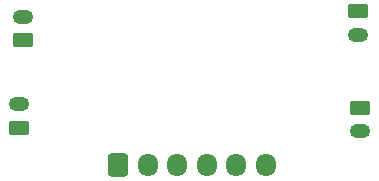
<source format=gbr>
%TF.GenerationSoftware,KiCad,Pcbnew,(6.0.11)*%
%TF.CreationDate,2024-02-05T17:50:25-08:00*%
%TF.ProjectId,ForceBoard,466f7263-6542-46f6-9172-642e6b696361,rev?*%
%TF.SameCoordinates,Original*%
%TF.FileFunction,Soldermask,Bot*%
%TF.FilePolarity,Negative*%
%FSLAX46Y46*%
G04 Gerber Fmt 4.6, Leading zero omitted, Abs format (unit mm)*
G04 Created by KiCad (PCBNEW (6.0.11)) date 2024-02-05 17:50:25*
%MOMM*%
%LPD*%
G01*
G04 APERTURE LIST*
G04 Aperture macros list*
%AMRoundRect*
0 Rectangle with rounded corners*
0 $1 Rounding radius*
0 $2 $3 $4 $5 $6 $7 $8 $9 X,Y pos of 4 corners*
0 Add a 4 corners polygon primitive as box body*
4,1,4,$2,$3,$4,$5,$6,$7,$8,$9,$2,$3,0*
0 Add four circle primitives for the rounded corners*
1,1,$1+$1,$2,$3*
1,1,$1+$1,$4,$5*
1,1,$1+$1,$6,$7*
1,1,$1+$1,$8,$9*
0 Add four rect primitives between the rounded corners*
20,1,$1+$1,$2,$3,$4,$5,0*
20,1,$1+$1,$4,$5,$6,$7,0*
20,1,$1+$1,$6,$7,$8,$9,0*
20,1,$1+$1,$8,$9,$2,$3,0*%
G04 Aperture macros list end*
%ADD10RoundRect,0.250000X0.625000X-0.350000X0.625000X0.350000X-0.625000X0.350000X-0.625000X-0.350000X0*%
%ADD11O,1.750000X1.200000*%
%ADD12RoundRect,0.250000X-0.600000X-0.725000X0.600000X-0.725000X0.600000X0.725000X-0.600000X0.725000X0*%
%ADD13O,1.700000X1.950000*%
%ADD14RoundRect,0.250000X-0.625000X0.350000X-0.625000X-0.350000X0.625000X-0.350000X0.625000X0.350000X0*%
G04 APERTURE END LIST*
D10*
%TO.C,J3*%
X127100000Y-98110000D03*
D11*
X127100000Y-96110000D03*
%TD*%
D12*
%TO.C,J5*%
X135200000Y-108690000D03*
D13*
X137700000Y-108690000D03*
X140200000Y-108690000D03*
X142700000Y-108690000D03*
X145200000Y-108690000D03*
X147700000Y-108690000D03*
%TD*%
D11*
%TO.C,J1*%
X155470000Y-97640000D03*
D14*
X155470000Y-95640000D03*
%TD*%
D11*
%TO.C,J2*%
X155670000Y-105820000D03*
D14*
X155670000Y-103820000D03*
%TD*%
D10*
%TO.C,J4*%
X126820000Y-105540000D03*
D11*
X126820000Y-103540000D03*
%TD*%
M02*

</source>
